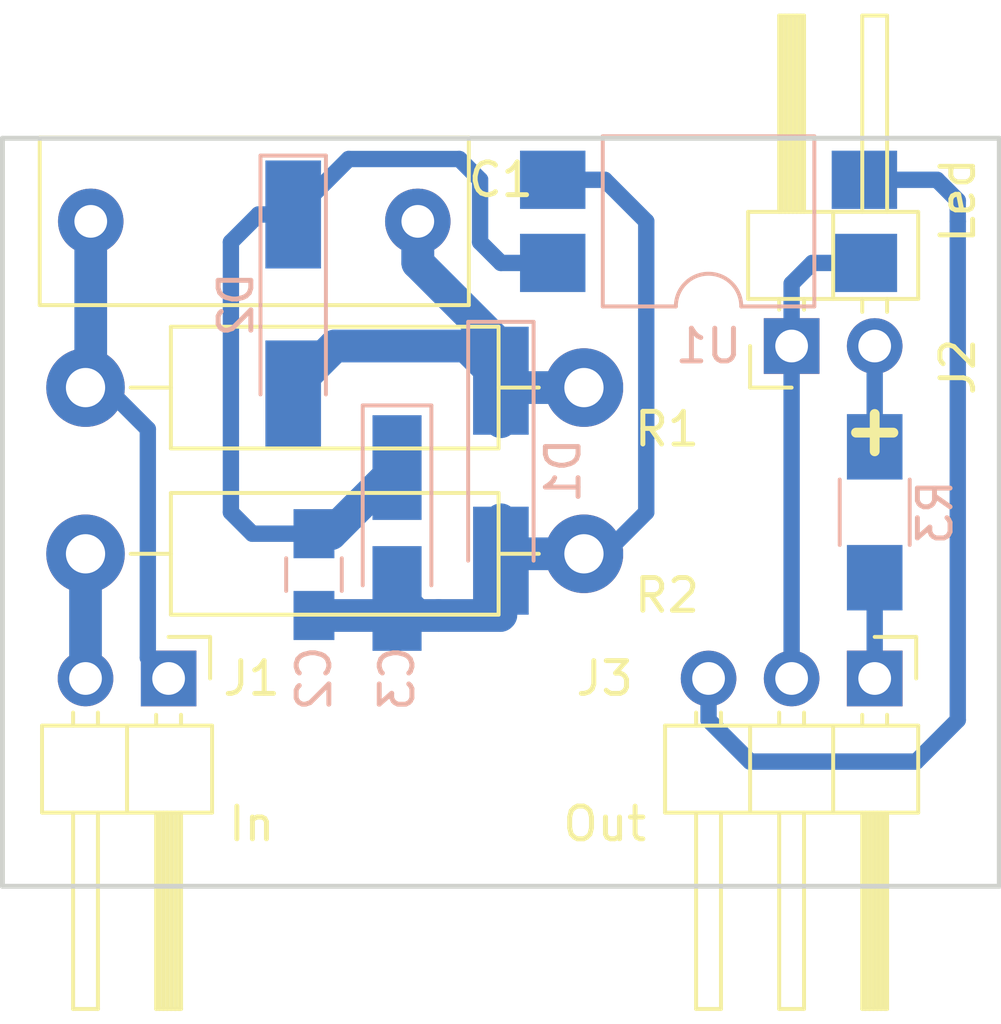
<source format=kicad_pcb>
(kicad_pcb (version 4) (host pcbnew 4.0.7)

  (general
    (links 18)
    (no_connects 0)
    (area 53.264999 106.604999 83.895001 129.615001)
    (thickness 1.6)
    (drawings 5)
    (tracks 60)
    (zones 0)
    (modules 13)
    (nets 10)
  )

  (page A4)
  (layers
    (0 F.Cu signal)
    (31 B.Cu signal)
    (32 B.Adhes user)
    (33 F.Adhes user)
    (34 B.Paste user)
    (35 F.Paste user)
    (36 B.SilkS user)
    (37 F.SilkS user)
    (38 B.Mask user)
    (39 F.Mask user)
    (40 Dwgs.User user)
    (41 Cmts.User user)
    (42 Eco1.User user)
    (43 Eco2.User user)
    (44 Edge.Cuts user)
    (45 Margin user)
    (46 B.CrtYd user)
    (47 F.CrtYd user)
    (48 B.Fab user)
    (49 F.Fab user)
  )

  (setup
    (last_trace_width 0.5)
    (user_trace_width 0.3)
    (user_trace_width 0.5)
    (user_trace_width 0.8)
    (user_trace_width 1)
    (trace_clearance 0.2)
    (zone_clearance 0.508)
    (zone_45_only no)
    (trace_min 0.2)
    (segment_width 0.2)
    (edge_width 0.15)
    (via_size 0.6)
    (via_drill 0.4)
    (via_min_size 0.4)
    (via_min_drill 0.3)
    (uvia_size 0.3)
    (uvia_drill 0.1)
    (uvias_allowed no)
    (uvia_min_size 0.2)
    (uvia_min_drill 0.1)
    (pcb_text_width 0.3)
    (pcb_text_size 1.5 1.5)
    (mod_edge_width 0.15)
    (mod_text_size 1 1)
    (mod_text_width 0.15)
    (pad_size 1.524 1.524)
    (pad_drill 0.762)
    (pad_to_mask_clearance 0.2)
    (aux_axis_origin 0 0)
    (visible_elements 7FFFFFFF)
    (pcbplotparams
      (layerselection 0x00030_80000001)
      (usegerberextensions false)
      (excludeedgelayer true)
      (linewidth 0.100000)
      (plotframeref false)
      (viasonmask false)
      (mode 1)
      (useauxorigin false)
      (hpglpennumber 1)
      (hpglpenspeed 20)
      (hpglpendiameter 15)
      (hpglpenoverlay 2)
      (psnegative false)
      (psa4output false)
      (plotreference true)
      (plotvalue true)
      (plotinvisibletext false)
      (padsonsilk false)
      (subtractmaskfromsilk false)
      (outputformat 1)
      (mirror false)
      (drillshape 1)
      (scaleselection 1)
      (outputdirectory ""))
  )

  (net 0 "")
  (net 1 "Net-(C1-Pad1)")
  (net 2 "Net-(C1-Pad2)")
  (net 3 "Net-(C2-Pad1)")
  (net 4 "Net-(C2-Pad2)")
  (net 5 "Net-(J2-Pad1)")
  (net 6 "Net-(J2-Pad2)")
  (net 7 "Net-(J3-Pad1)")
  (net 8 "Net-(J3-Pad3)")
  (net 9 "Net-(J1-Pad2)")

  (net_class Default "Это класс цепей по умолчанию."
    (clearance 0.2)
    (trace_width 0.25)
    (via_dia 0.6)
    (via_drill 0.4)
    (uvia_dia 0.3)
    (uvia_drill 0.1)
    (add_net "Net-(C1-Pad1)")
    (add_net "Net-(C1-Pad2)")
    (add_net "Net-(C2-Pad1)")
    (add_net "Net-(C2-Pad2)")
    (add_net "Net-(J1-Pad2)")
    (add_net "Net-(J2-Pad1)")
    (add_net "Net-(J2-Pad2)")
    (add_net "Net-(J3-Pad1)")
    (add_net "Net-(J3-Pad3)")
  )

  (module Pin_Headers:Pin_Header_Angled_1x02_Pitch2.54mm (layer F.Cu) (tedit 5ACE6B65) (tstamp 5ACE5A7F)
    (at 77.47 113.03 90)
    (descr "Through hole angled pin header, 1x02, 2.54mm pitch, 6mm pin length, single row")
    (tags "Through hole angled pin header THT 1x02 2.54mm single row")
    (path /5ACE54C7)
    (fp_text reference J2 (at -0.635 5.08 90) (layer F.SilkS)
      (effects (font (size 1 1) (thickness 0.15)))
    )
    (fp_text value Led (at 4.445 5.08 90) (layer F.SilkS)
      (effects (font (size 1 1) (thickness 0.15)))
    )
    (fp_line (start 2.135 -1.27) (end 4.04 -1.27) (layer F.Fab) (width 0.1))
    (fp_line (start 4.04 -1.27) (end 4.04 3.81) (layer F.Fab) (width 0.1))
    (fp_line (start 4.04 3.81) (end 1.5 3.81) (layer F.Fab) (width 0.1))
    (fp_line (start 1.5 3.81) (end 1.5 -0.635) (layer F.Fab) (width 0.1))
    (fp_line (start 1.5 -0.635) (end 2.135 -1.27) (layer F.Fab) (width 0.1))
    (fp_line (start -0.32 -0.32) (end 1.5 -0.32) (layer F.Fab) (width 0.1))
    (fp_line (start -0.32 -0.32) (end -0.32 0.32) (layer F.Fab) (width 0.1))
    (fp_line (start -0.32 0.32) (end 1.5 0.32) (layer F.Fab) (width 0.1))
    (fp_line (start 4.04 -0.32) (end 10.04 -0.32) (layer F.Fab) (width 0.1))
    (fp_line (start 10.04 -0.32) (end 10.04 0.32) (layer F.Fab) (width 0.1))
    (fp_line (start 4.04 0.32) (end 10.04 0.32) (layer F.Fab) (width 0.1))
    (fp_line (start -0.32 2.22) (end 1.5 2.22) (layer F.Fab) (width 0.1))
    (fp_line (start -0.32 2.22) (end -0.32 2.86) (layer F.Fab) (width 0.1))
    (fp_line (start -0.32 2.86) (end 1.5 2.86) (layer F.Fab) (width 0.1))
    (fp_line (start 4.04 2.22) (end 10.04 2.22) (layer F.Fab) (width 0.1))
    (fp_line (start 10.04 2.22) (end 10.04 2.86) (layer F.Fab) (width 0.1))
    (fp_line (start 4.04 2.86) (end 10.04 2.86) (layer F.Fab) (width 0.1))
    (fp_line (start 1.44 -1.33) (end 1.44 3.87) (layer F.SilkS) (width 0.12))
    (fp_line (start 1.44 3.87) (end 4.1 3.87) (layer F.SilkS) (width 0.12))
    (fp_line (start 4.1 3.87) (end 4.1 -1.33) (layer F.SilkS) (width 0.12))
    (fp_line (start 4.1 -1.33) (end 1.44 -1.33) (layer F.SilkS) (width 0.12))
    (fp_line (start 4.1 -0.38) (end 10.1 -0.38) (layer F.SilkS) (width 0.12))
    (fp_line (start 10.1 -0.38) (end 10.1 0.38) (layer F.SilkS) (width 0.12))
    (fp_line (start 10.1 0.38) (end 4.1 0.38) (layer F.SilkS) (width 0.12))
    (fp_line (start 4.1 -0.32) (end 10.1 -0.32) (layer F.SilkS) (width 0.12))
    (fp_line (start 4.1 -0.2) (end 10.1 -0.2) (layer F.SilkS) (width 0.12))
    (fp_line (start 4.1 -0.08) (end 10.1 -0.08) (layer F.SilkS) (width 0.12))
    (fp_line (start 4.1 0.04) (end 10.1 0.04) (layer F.SilkS) (width 0.12))
    (fp_line (start 4.1 0.16) (end 10.1 0.16) (layer F.SilkS) (width 0.12))
    (fp_line (start 4.1 0.28) (end 10.1 0.28) (layer F.SilkS) (width 0.12))
    (fp_line (start 1.11 -0.38) (end 1.44 -0.38) (layer F.SilkS) (width 0.12))
    (fp_line (start 1.11 0.38) (end 1.44 0.38) (layer F.SilkS) (width 0.12))
    (fp_line (start 1.44 1.27) (end 4.1 1.27) (layer F.SilkS) (width 0.12))
    (fp_line (start 4.1 2.16) (end 10.1 2.16) (layer F.SilkS) (width 0.12))
    (fp_line (start 10.1 2.16) (end 10.1 2.92) (layer F.SilkS) (width 0.12))
    (fp_line (start 10.1 2.92) (end 4.1 2.92) (layer F.SilkS) (width 0.12))
    (fp_line (start 1.042929 2.16) (end 1.44 2.16) (layer F.SilkS) (width 0.12))
    (fp_line (start 1.042929 2.92) (end 1.44 2.92) (layer F.SilkS) (width 0.12))
    (fp_line (start -1.27 0) (end -1.27 -1.27) (layer F.SilkS) (width 0.12))
    (fp_line (start -1.27 -1.27) (end 0 -1.27) (layer F.SilkS) (width 0.12))
    (fp_line (start -1.8 -1.8) (end -1.8 4.35) (layer F.CrtYd) (width 0.05))
    (fp_line (start -1.8 4.35) (end 10.55 4.35) (layer F.CrtYd) (width 0.05))
    (fp_line (start 10.55 4.35) (end 10.55 -1.8) (layer F.CrtYd) (width 0.05))
    (fp_line (start 10.55 -1.8) (end -1.8 -1.8) (layer F.CrtYd) (width 0.05))
    (fp_text user %R (at -0.635 5.08 270) (layer F.Fab)
      (effects (font (size 1 1) (thickness 0.15)))
    )
    (pad 1 thru_hole rect (at 0 0 90) (size 1.7 1.7) (drill 1) (layers *.Cu *.Mask)
      (net 5 "Net-(J2-Pad1)"))
    (pad 2 thru_hole oval (at 0 2.54 90) (size 1.7 1.7) (drill 1) (layers *.Cu *.Mask)
      (net 6 "Net-(J2-Pad2)"))
    (model ${KISYS3DMOD}/Pin_Headers.3dshapes/Pin_Header_Angled_1x02_Pitch2.54mm.wrl
      (at (xyz 0 0 0))
      (scale (xyz 1 1 1))
      (rotate (xyz 0 0 0))
    )
  )

  (module Capacitors_SMD:C_0805_HandSoldering (layer B.Cu) (tedit 5ACE6D2A) (tstamp 5ACE5A61)
    (at 62.865 120.015 90)
    (descr "Capacitor SMD 0805, hand soldering")
    (tags "capacitor 0805")
    (path /5ACE5428)
    (attr smd)
    (fp_text reference C2 (at -3.175 0 90) (layer B.SilkS)
      (effects (font (size 1 1) (thickness 0.15)) (justify mirror))
    )
    (fp_text value 0,1 (at -6.985 0 90) (layer B.Fab)
      (effects (font (size 1 1) (thickness 0.15)) (justify mirror))
    )
    (fp_text user %R (at -4.445 0 90) (layer B.Fab)
      (effects (font (size 1 1) (thickness 0.15)) (justify mirror))
    )
    (fp_line (start -1 -0.62) (end -1 0.62) (layer B.Fab) (width 0.1))
    (fp_line (start 1 -0.62) (end -1 -0.62) (layer B.Fab) (width 0.1))
    (fp_line (start 1 0.62) (end 1 -0.62) (layer B.Fab) (width 0.1))
    (fp_line (start -1 0.62) (end 1 0.62) (layer B.Fab) (width 0.1))
    (fp_line (start 0.5 0.85) (end -0.5 0.85) (layer B.SilkS) (width 0.12))
    (fp_line (start -0.5 -0.85) (end 0.5 -0.85) (layer B.SilkS) (width 0.12))
    (fp_line (start -2.25 0.88) (end 2.25 0.88) (layer B.CrtYd) (width 0.05))
    (fp_line (start -2.25 0.88) (end -2.25 -0.87) (layer B.CrtYd) (width 0.05))
    (fp_line (start 2.25 -0.87) (end 2.25 0.88) (layer B.CrtYd) (width 0.05))
    (fp_line (start 2.25 -0.87) (end -2.25 -0.87) (layer B.CrtYd) (width 0.05))
    (pad 1 smd rect (at -1.25 0 90) (size 1.5 1.25) (layers B.Cu B.Paste B.Mask)
      (net 3 "Net-(C2-Pad1)"))
    (pad 2 smd rect (at 1.25 0 90) (size 1.5 1.25) (layers B.Cu B.Paste B.Mask)
      (net 4 "Net-(C2-Pad2)"))
    (model Capacitors_SMD.3dshapes/C_0805.wrl
      (at (xyz 0 0 0))
      (scale (xyz 1 1 1))
      (rotate (xyz 0 0 0))
    )
  )

  (module Capacitors_Tantalum_SMD:CP_Tantalum_Case-A_EIA-3216-18_Hand (layer B.Cu) (tedit 5ACE6AC3) (tstamp 5ACE5A67)
    (at 65.405 118.745 270)
    (descr "Tantalum capacitor, Case A, EIA 3216-18, 3.2x1.6x1.6mm, Hand soldering footprint")
    (tags "capacitor tantalum smd")
    (path /5ACE5452)
    (attr smd)
    (fp_text reference C3 (at 4.445 0 270) (layer B.SilkS)
      (effects (font (size 1 1) (thickness 0.15)) (justify mirror))
    )
    (fp_text value 10,0 (at 7.62 0.635 270) (layer B.Fab)
      (effects (font (size 1 1) (thickness 0.15)) (justify mirror))
    )
    (fp_text user %R (at 0 0 270) (layer B.Fab)
      (effects (font (size 0.7 0.7) (thickness 0.105)) (justify mirror))
    )
    (fp_line (start -4 1.2) (end -4 -1.2) (layer B.CrtYd) (width 0.05))
    (fp_line (start -4 -1.2) (end 4 -1.2) (layer B.CrtYd) (width 0.05))
    (fp_line (start 4 -1.2) (end 4 1.2) (layer B.CrtYd) (width 0.05))
    (fp_line (start 4 1.2) (end -4 1.2) (layer B.CrtYd) (width 0.05))
    (fp_line (start -1.6 0.8) (end -1.6 -0.8) (layer B.Fab) (width 0.1))
    (fp_line (start -1.6 -0.8) (end 1.6 -0.8) (layer B.Fab) (width 0.1))
    (fp_line (start 1.6 -0.8) (end 1.6 0.8) (layer B.Fab) (width 0.1))
    (fp_line (start 1.6 0.8) (end -1.6 0.8) (layer B.Fab) (width 0.1))
    (fp_line (start -1.28 0.8) (end -1.28 -0.8) (layer B.Fab) (width 0.1))
    (fp_line (start -1.12 0.8) (end -1.12 -0.8) (layer B.Fab) (width 0.1))
    (fp_line (start -3.9 1.05) (end 1.6 1.05) (layer B.SilkS) (width 0.12))
    (fp_line (start -3.9 -1.05) (end 1.6 -1.05) (layer B.SilkS) (width 0.12))
    (fp_line (start -3.9 1.05) (end -3.9 -1.05) (layer B.SilkS) (width 0.12))
    (pad 1 smd rect (at -2 0 270) (size 3.2 1.5) (layers B.Cu B.Paste B.Mask)
      (net 4 "Net-(C2-Pad2)"))
    (pad 2 smd rect (at 2 0 270) (size 3.2 1.5) (layers B.Cu B.Paste B.Mask)
      (net 3 "Net-(C2-Pad1)"))
    (model Capacitors_Tantalum_SMD.3dshapes/CP_Tantalum_Case-A_EIA-3216-18.wrl
      (at (xyz 0 0 0))
      (scale (xyz 1 1 1))
      (rotate (xyz 0 0 0))
    )
  )

  (module Pin_Headers:Pin_Header_Angled_1x02_Pitch2.54mm (layer F.Cu) (tedit 5ACE6A09) (tstamp 5ACE5A79)
    (at 58.42 123.19 270)
    (descr "Through hole angled pin header, 1x02, 2.54mm pitch, 6mm pin length, single row")
    (tags "Through hole angled pin header THT 1x02 2.54mm single row")
    (path /5ACE5267)
    (fp_text reference J1 (at 0 -2.54 360) (layer F.SilkS)
      (effects (font (size 1 1) (thickness 0.15)))
    )
    (fp_text value In (at 4.445 -2.54 360) (layer F.SilkS)
      (effects (font (size 1 1) (thickness 0.15)))
    )
    (fp_line (start 2.135 -1.27) (end 4.04 -1.27) (layer F.Fab) (width 0.1))
    (fp_line (start 4.04 -1.27) (end 4.04 3.81) (layer F.Fab) (width 0.1))
    (fp_line (start 4.04 3.81) (end 1.5 3.81) (layer F.Fab) (width 0.1))
    (fp_line (start 1.5 3.81) (end 1.5 -0.635) (layer F.Fab) (width 0.1))
    (fp_line (start 1.5 -0.635) (end 2.135 -1.27) (layer F.Fab) (width 0.1))
    (fp_line (start -0.32 -0.32) (end 1.5 -0.32) (layer F.Fab) (width 0.1))
    (fp_line (start -0.32 -0.32) (end -0.32 0.32) (layer F.Fab) (width 0.1))
    (fp_line (start -0.32 0.32) (end 1.5 0.32) (layer F.Fab) (width 0.1))
    (fp_line (start 4.04 -0.32) (end 10.04 -0.32) (layer F.Fab) (width 0.1))
    (fp_line (start 10.04 -0.32) (end 10.04 0.32) (layer F.Fab) (width 0.1))
    (fp_line (start 4.04 0.32) (end 10.04 0.32) (layer F.Fab) (width 0.1))
    (fp_line (start -0.32 2.22) (end 1.5 2.22) (layer F.Fab) (width 0.1))
    (fp_line (start -0.32 2.22) (end -0.32 2.86) (layer F.Fab) (width 0.1))
    (fp_line (start -0.32 2.86) (end 1.5 2.86) (layer F.Fab) (width 0.1))
    (fp_line (start 4.04 2.22) (end 10.04 2.22) (layer F.Fab) (width 0.1))
    (fp_line (start 10.04 2.22) (end 10.04 2.86) (layer F.Fab) (width 0.1))
    (fp_line (start 4.04 2.86) (end 10.04 2.86) (layer F.Fab) (width 0.1))
    (fp_line (start 1.44 -1.33) (end 1.44 3.87) (layer F.SilkS) (width 0.12))
    (fp_line (start 1.44 3.87) (end 4.1 3.87) (layer F.SilkS) (width 0.12))
    (fp_line (start 4.1 3.87) (end 4.1 -1.33) (layer F.SilkS) (width 0.12))
    (fp_line (start 4.1 -1.33) (end 1.44 -1.33) (layer F.SilkS) (width 0.12))
    (fp_line (start 4.1 -0.38) (end 10.1 -0.38) (layer F.SilkS) (width 0.12))
    (fp_line (start 10.1 -0.38) (end 10.1 0.38) (layer F.SilkS) (width 0.12))
    (fp_line (start 10.1 0.38) (end 4.1 0.38) (layer F.SilkS) (width 0.12))
    (fp_line (start 4.1 -0.32) (end 10.1 -0.32) (layer F.SilkS) (width 0.12))
    (fp_line (start 4.1 -0.2) (end 10.1 -0.2) (layer F.SilkS) (width 0.12))
    (fp_line (start 4.1 -0.08) (end 10.1 -0.08) (layer F.SilkS) (width 0.12))
    (fp_line (start 4.1 0.04) (end 10.1 0.04) (layer F.SilkS) (width 0.12))
    (fp_line (start 4.1 0.16) (end 10.1 0.16) (layer F.SilkS) (width 0.12))
    (fp_line (start 4.1 0.28) (end 10.1 0.28) (layer F.SilkS) (width 0.12))
    (fp_line (start 1.11 -0.38) (end 1.44 -0.38) (layer F.SilkS) (width 0.12))
    (fp_line (start 1.11 0.38) (end 1.44 0.38) (layer F.SilkS) (width 0.12))
    (fp_line (start 1.44 1.27) (end 4.1 1.27) (layer F.SilkS) (width 0.12))
    (fp_line (start 4.1 2.16) (end 10.1 2.16) (layer F.SilkS) (width 0.12))
    (fp_line (start 10.1 2.16) (end 10.1 2.92) (layer F.SilkS) (width 0.12))
    (fp_line (start 10.1 2.92) (end 4.1 2.92) (layer F.SilkS) (width 0.12))
    (fp_line (start 1.042929 2.16) (end 1.44 2.16) (layer F.SilkS) (width 0.12))
    (fp_line (start 1.042929 2.92) (end 1.44 2.92) (layer F.SilkS) (width 0.12))
    (fp_line (start -1.27 0) (end -1.27 -1.27) (layer F.SilkS) (width 0.12))
    (fp_line (start -1.27 -1.27) (end 0 -1.27) (layer F.SilkS) (width 0.12))
    (fp_line (start -1.8 -1.8) (end -1.8 4.35) (layer F.CrtYd) (width 0.05))
    (fp_line (start -1.8 4.35) (end 10.55 4.35) (layer F.CrtYd) (width 0.05))
    (fp_line (start 10.55 4.35) (end 10.55 -1.8) (layer F.CrtYd) (width 0.05))
    (fp_line (start 10.55 -1.8) (end -1.8 -1.8) (layer F.CrtYd) (width 0.05))
    (fp_text user %R (at 0 -2.54 360) (layer F.Fab)
      (effects (font (size 1 1) (thickness 0.15)))
    )
    (pad 1 thru_hole rect (at 0 0 270) (size 1.7 1.7) (drill 1) (layers *.Cu *.Mask)
      (net 2 "Net-(C1-Pad2)"))
    (pad 2 thru_hole oval (at 0 2.54 270) (size 1.7 1.7) (drill 1) (layers *.Cu *.Mask)
      (net 9 "Net-(J1-Pad2)"))
    (model ${KISYS3DMOD}/Pin_Headers.3dshapes/Pin_Header_Angled_1x02_Pitch2.54mm.wrl
      (at (xyz 0 0 0))
      (scale (xyz 1 1 1))
      (rotate (xyz 0 0 0))
    )
  )

  (module Pin_Headers:Pin_Header_Angled_1x03_Pitch2.54mm (layer F.Cu) (tedit 5ACE6B4C) (tstamp 5ACE5A86)
    (at 80.01 123.19 270)
    (descr "Through hole angled pin header, 1x03, 2.54mm pitch, 6mm pin length, single row")
    (tags "Through hole angled pin header THT 1x03 2.54mm single row")
    (path /5ACE552C)
    (fp_text reference J3 (at 0 8.255 360) (layer F.SilkS)
      (effects (font (size 1 1) (thickness 0.15)))
    )
    (fp_text value Out (at 4.445 8.255 360) (layer F.SilkS)
      (effects (font (size 1 1) (thickness 0.15)))
    )
    (fp_line (start 2.135 -1.27) (end 4.04 -1.27) (layer F.Fab) (width 0.1))
    (fp_line (start 4.04 -1.27) (end 4.04 6.35) (layer F.Fab) (width 0.1))
    (fp_line (start 4.04 6.35) (end 1.5 6.35) (layer F.Fab) (width 0.1))
    (fp_line (start 1.5 6.35) (end 1.5 -0.635) (layer F.Fab) (width 0.1))
    (fp_line (start 1.5 -0.635) (end 2.135 -1.27) (layer F.Fab) (width 0.1))
    (fp_line (start -0.32 -0.32) (end 1.5 -0.32) (layer F.Fab) (width 0.1))
    (fp_line (start -0.32 -0.32) (end -0.32 0.32) (layer F.Fab) (width 0.1))
    (fp_line (start -0.32 0.32) (end 1.5 0.32) (layer F.Fab) (width 0.1))
    (fp_line (start 4.04 -0.32) (end 10.04 -0.32) (layer F.Fab) (width 0.1))
    (fp_line (start 10.04 -0.32) (end 10.04 0.32) (layer F.Fab) (width 0.1))
    (fp_line (start 4.04 0.32) (end 10.04 0.32) (layer F.Fab) (width 0.1))
    (fp_line (start -0.32 2.22) (end 1.5 2.22) (layer F.Fab) (width 0.1))
    (fp_line (start -0.32 2.22) (end -0.32 2.86) (layer F.Fab) (width 0.1))
    (fp_line (start -0.32 2.86) (end 1.5 2.86) (layer F.Fab) (width 0.1))
    (fp_line (start 4.04 2.22) (end 10.04 2.22) (layer F.Fab) (width 0.1))
    (fp_line (start 10.04 2.22) (end 10.04 2.86) (layer F.Fab) (width 0.1))
    (fp_line (start 4.04 2.86) (end 10.04 2.86) (layer F.Fab) (width 0.1))
    (fp_line (start -0.32 4.76) (end 1.5 4.76) (layer F.Fab) (width 0.1))
    (fp_line (start -0.32 4.76) (end -0.32 5.4) (layer F.Fab) (width 0.1))
    (fp_line (start -0.32 5.4) (end 1.5 5.4) (layer F.Fab) (width 0.1))
    (fp_line (start 4.04 4.76) (end 10.04 4.76) (layer F.Fab) (width 0.1))
    (fp_line (start 10.04 4.76) (end 10.04 5.4) (layer F.Fab) (width 0.1))
    (fp_line (start 4.04 5.4) (end 10.04 5.4) (layer F.Fab) (width 0.1))
    (fp_line (start 1.44 -1.33) (end 1.44 6.41) (layer F.SilkS) (width 0.12))
    (fp_line (start 1.44 6.41) (end 4.1 6.41) (layer F.SilkS) (width 0.12))
    (fp_line (start 4.1 6.41) (end 4.1 -1.33) (layer F.SilkS) (width 0.12))
    (fp_line (start 4.1 -1.33) (end 1.44 -1.33) (layer F.SilkS) (width 0.12))
    (fp_line (start 4.1 -0.38) (end 10.1 -0.38) (layer F.SilkS) (width 0.12))
    (fp_line (start 10.1 -0.38) (end 10.1 0.38) (layer F.SilkS) (width 0.12))
    (fp_line (start 10.1 0.38) (end 4.1 0.38) (layer F.SilkS) (width 0.12))
    (fp_line (start 4.1 -0.32) (end 10.1 -0.32) (layer F.SilkS) (width 0.12))
    (fp_line (start 4.1 -0.2) (end 10.1 -0.2) (layer F.SilkS) (width 0.12))
    (fp_line (start 4.1 -0.08) (end 10.1 -0.08) (layer F.SilkS) (width 0.12))
    (fp_line (start 4.1 0.04) (end 10.1 0.04) (layer F.SilkS) (width 0.12))
    (fp_line (start 4.1 0.16) (end 10.1 0.16) (layer F.SilkS) (width 0.12))
    (fp_line (start 4.1 0.28) (end 10.1 0.28) (layer F.SilkS) (width 0.12))
    (fp_line (start 1.11 -0.38) (end 1.44 -0.38) (layer F.SilkS) (width 0.12))
    (fp_line (start 1.11 0.38) (end 1.44 0.38) (layer F.SilkS) (width 0.12))
    (fp_line (start 1.44 1.27) (end 4.1 1.27) (layer F.SilkS) (width 0.12))
    (fp_line (start 4.1 2.16) (end 10.1 2.16) (layer F.SilkS) (width 0.12))
    (fp_line (start 10.1 2.16) (end 10.1 2.92) (layer F.SilkS) (width 0.12))
    (fp_line (start 10.1 2.92) (end 4.1 2.92) (layer F.SilkS) (width 0.12))
    (fp_line (start 1.042929 2.16) (end 1.44 2.16) (layer F.SilkS) (width 0.12))
    (fp_line (start 1.042929 2.92) (end 1.44 2.92) (layer F.SilkS) (width 0.12))
    (fp_line (start 1.44 3.81) (end 4.1 3.81) (layer F.SilkS) (width 0.12))
    (fp_line (start 4.1 4.7) (end 10.1 4.7) (layer F.SilkS) (width 0.12))
    (fp_line (start 10.1 4.7) (end 10.1 5.46) (layer F.SilkS) (width 0.12))
    (fp_line (start 10.1 5.46) (end 4.1 5.46) (layer F.SilkS) (width 0.12))
    (fp_line (start 1.042929 4.7) (end 1.44 4.7) (layer F.SilkS) (width 0.12))
    (fp_line (start 1.042929 5.46) (end 1.44 5.46) (layer F.SilkS) (width 0.12))
    (fp_line (start -1.27 0) (end -1.27 -1.27) (layer F.SilkS) (width 0.12))
    (fp_line (start -1.27 -1.27) (end 0 -1.27) (layer F.SilkS) (width 0.12))
    (fp_line (start -1.8 -1.8) (end -1.8 6.85) (layer F.CrtYd) (width 0.05))
    (fp_line (start -1.8 6.85) (end 10.55 6.85) (layer F.CrtYd) (width 0.05))
    (fp_line (start 10.55 6.85) (end 10.55 -1.8) (layer F.CrtYd) (width 0.05))
    (fp_line (start 10.55 -1.8) (end -1.8 -1.8) (layer F.CrtYd) (width 0.05))
    (fp_text user %R (at 0 8.255 360) (layer F.Fab)
      (effects (font (size 1 1) (thickness 0.15)))
    )
    (pad 1 thru_hole rect (at 0 0 270) (size 1.7 1.7) (drill 1) (layers *.Cu *.Mask)
      (net 7 "Net-(J3-Pad1)"))
    (pad 2 thru_hole oval (at 0 2.54 270) (size 1.7 1.7) (drill 1) (layers *.Cu *.Mask)
      (net 5 "Net-(J2-Pad1)"))
    (pad 3 thru_hole oval (at 0 5.08 270) (size 1.7 1.7) (drill 1) (layers *.Cu *.Mask)
      (net 8 "Net-(J3-Pad3)"))
    (model ${KISYS3DMOD}/Pin_Headers.3dshapes/Pin_Header_Angled_1x03_Pitch2.54mm.wrl
      (at (xyz 0 0 0))
      (scale (xyz 1 1 1))
      (rotate (xyz 0 0 0))
    )
  )

  (module Resistors_SMD:R_1206_HandSoldering (layer B.Cu) (tedit 58E0A804) (tstamp 5ACE5A98)
    (at 80.01 118.11 90)
    (descr "Resistor SMD 1206, hand soldering")
    (tags "resistor 1206")
    (path /5ACE5658)
    (attr smd)
    (fp_text reference R3 (at 0 1.85 90) (layer B.SilkS)
      (effects (font (size 1 1) (thickness 0.15)) (justify mirror))
    )
    (fp_text value 4,7k (at 0 -1.9 90) (layer B.Fab)
      (effects (font (size 1 1) (thickness 0.15)) (justify mirror))
    )
    (fp_text user %R (at 0 0 90) (layer B.Fab)
      (effects (font (size 0.7 0.7) (thickness 0.105)) (justify mirror))
    )
    (fp_line (start -1.6 -0.8) (end -1.6 0.8) (layer B.Fab) (width 0.1))
    (fp_line (start 1.6 -0.8) (end -1.6 -0.8) (layer B.Fab) (width 0.1))
    (fp_line (start 1.6 0.8) (end 1.6 -0.8) (layer B.Fab) (width 0.1))
    (fp_line (start -1.6 0.8) (end 1.6 0.8) (layer B.Fab) (width 0.1))
    (fp_line (start 1 -1.07) (end -1 -1.07) (layer B.SilkS) (width 0.12))
    (fp_line (start -1 1.07) (end 1 1.07) (layer B.SilkS) (width 0.12))
    (fp_line (start -3.25 1.11) (end 3.25 1.11) (layer B.CrtYd) (width 0.05))
    (fp_line (start -3.25 1.11) (end -3.25 -1.1) (layer B.CrtYd) (width 0.05))
    (fp_line (start 3.25 -1.1) (end 3.25 1.11) (layer B.CrtYd) (width 0.05))
    (fp_line (start 3.25 -1.1) (end -3.25 -1.1) (layer B.CrtYd) (width 0.05))
    (pad 1 smd rect (at -2 0 90) (size 2 1.7) (layers B.Cu B.Paste B.Mask)
      (net 7 "Net-(J3-Pad1)"))
    (pad 2 smd rect (at 2 0 90) (size 2 1.7) (layers B.Cu B.Paste B.Mask)
      (net 6 "Net-(J2-Pad2)"))
    (model ${KISYS3DMOD}/Resistors_SMD.3dshapes/R_1206.wrl
      (at (xyz 0 0 0))
      (scale (xyz 1 1 1))
      (rotate (xyz 0 0 0))
    )
  )

  (module Capacitors_THT:C_Rect_L13.0mm_W5.0mm_P10.00mm_FKS3_FKP3_MKS4 (layer F.Cu) (tedit 5ACE6A32) (tstamp 5ACE6506)
    (at 66.04 109.22 180)
    (descr "C, Rect series, Radial, pin pitch=10.00mm, , length*width=13*5mm^2, Capacitor, http://www.wima.com/EN/WIMA_FKS_3.pdf, http://www.wima.com/EN/WIMA_MKS_4.pdf")
    (tags "C Rect series Radial pin pitch 10.00mm  length 13mm width 5mm Capacitor")
    (path /5ACE52F1)
    (fp_text reference C1 (at -2.54 1.27 180) (layer F.SilkS)
      (effects (font (size 1 1) (thickness 0.15)))
    )
    (fp_text value "0,15uF 400v" (at 6.985 1.905 180) (layer F.Fab)
      (effects (font (size 1 1) (thickness 0.15)))
    )
    (fp_line (start -1.5 -2.5) (end -1.5 2.5) (layer F.Fab) (width 0.1))
    (fp_line (start -1.5 2.5) (end 11.5 2.5) (layer F.Fab) (width 0.1))
    (fp_line (start 11.5 2.5) (end 11.5 -2.5) (layer F.Fab) (width 0.1))
    (fp_line (start 11.5 -2.5) (end -1.5 -2.5) (layer F.Fab) (width 0.1))
    (fp_line (start -1.56 -2.56) (end 11.56 -2.56) (layer F.SilkS) (width 0.12))
    (fp_line (start -1.56 2.56) (end 11.56 2.56) (layer F.SilkS) (width 0.12))
    (fp_line (start -1.56 -2.56) (end -1.56 2.56) (layer F.SilkS) (width 0.12))
    (fp_line (start 11.56 -2.56) (end 11.56 2.56) (layer F.SilkS) (width 0.12))
    (fp_line (start -1.85 -2.85) (end -1.85 2.85) (layer F.CrtYd) (width 0.05))
    (fp_line (start -1.85 2.85) (end 11.85 2.85) (layer F.CrtYd) (width 0.05))
    (fp_line (start 11.85 2.85) (end 11.85 -2.85) (layer F.CrtYd) (width 0.05))
    (fp_line (start 11.85 -2.85) (end -1.85 -2.85) (layer F.CrtYd) (width 0.05))
    (fp_text user %R (at -2.54 1.27 180) (layer F.Fab)
      (effects (font (size 1 1) (thickness 0.15)))
    )
    (pad 1 thru_hole circle (at 0 0 180) (size 2 2) (drill 1) (layers *.Cu *.Mask)
      (net 1 "Net-(C1-Pad1)"))
    (pad 2 thru_hole circle (at 10 0 180) (size 2 2) (drill 1) (layers *.Cu *.Mask)
      (net 2 "Net-(C1-Pad2)"))
    (model ${KISYS3DMOD}/Capacitors_THT.3dshapes/C_Rect_L13.0mm_W5.0mm_P10.00mm_FKS3_FKP3_MKS4.wrl
      (at (xyz 0 0 0))
      (scale (xyz 1 1 1))
      (rotate (xyz 0 0 0))
    )
  )

  (module Resistors_THT:R_Axial_DIN0411_L9.9mm_D3.6mm_P15.24mm_Horizontal (layer F.Cu) (tedit 5ACE6A60) (tstamp 5ACE650B)
    (at 71.12 114.3 180)
    (descr "Resistor, Axial_DIN0411 series, Axial, Horizontal, pin pitch=15.24mm, 1W = 1/1W, length*diameter=9.9*3.6mm^2")
    (tags "Resistor Axial_DIN0411 series Axial Horizontal pin pitch 15.24mm 1W = 1/1W length 9.9mm diameter 3.6mm")
    (path /5ACE52C1)
    (fp_text reference R1 (at -2.54 -1.27 180) (layer F.SilkS)
      (effects (font (size 1 1) (thickness 0.15)))
    )
    (fp_text value 3m (at 11.43 1.27 180) (layer F.Fab)
      (effects (font (size 1 1) (thickness 0.15)))
    )
    (fp_line (start 2.67 -1.8) (end 2.67 1.8) (layer F.Fab) (width 0.1))
    (fp_line (start 2.67 1.8) (end 12.57 1.8) (layer F.Fab) (width 0.1))
    (fp_line (start 12.57 1.8) (end 12.57 -1.8) (layer F.Fab) (width 0.1))
    (fp_line (start 12.57 -1.8) (end 2.67 -1.8) (layer F.Fab) (width 0.1))
    (fp_line (start 0 0) (end 2.67 0) (layer F.Fab) (width 0.1))
    (fp_line (start 15.24 0) (end 12.57 0) (layer F.Fab) (width 0.1))
    (fp_line (start 2.61 -1.86) (end 2.61 1.86) (layer F.SilkS) (width 0.12))
    (fp_line (start 2.61 1.86) (end 12.63 1.86) (layer F.SilkS) (width 0.12))
    (fp_line (start 12.63 1.86) (end 12.63 -1.86) (layer F.SilkS) (width 0.12))
    (fp_line (start 12.63 -1.86) (end 2.61 -1.86) (layer F.SilkS) (width 0.12))
    (fp_line (start 1.38 0) (end 2.61 0) (layer F.SilkS) (width 0.12))
    (fp_line (start 13.86 0) (end 12.63 0) (layer F.SilkS) (width 0.12))
    (fp_line (start -1.45 -2.15) (end -1.45 2.15) (layer F.CrtYd) (width 0.05))
    (fp_line (start -1.45 2.15) (end 16.7 2.15) (layer F.CrtYd) (width 0.05))
    (fp_line (start 16.7 2.15) (end 16.7 -2.15) (layer F.CrtYd) (width 0.05))
    (fp_line (start 16.7 -2.15) (end -1.45 -2.15) (layer F.CrtYd) (width 0.05))
    (pad 1 thru_hole circle (at 0 0 180) (size 2.4 2.4) (drill 1.2) (layers *.Cu *.Mask)
      (net 1 "Net-(C1-Pad1)"))
    (pad 2 thru_hole oval (at 15.24 0 180) (size 2.4 2.4) (drill 1.2) (layers *.Cu *.Mask)
      (net 2 "Net-(C1-Pad2)"))
    (model ${KISYS3DMOD}/Resistors_THT.3dshapes/R_Axial_DIN0411_L9.9mm_D3.6mm_P15.24mm_Horizontal.wrl
      (at (xyz 0 0 0))
      (scale (xyz 0.393701 0.393701 0.393701))
      (rotate (xyz 0 0 0))
    )
  )

  (module Resistors_THT:R_Axial_DIN0411_L9.9mm_D3.6mm_P15.24mm_Horizontal (layer F.Cu) (tedit 5ACE6A62) (tstamp 5ACE6510)
    (at 71.12 119.38 180)
    (descr "Resistor, Axial_DIN0411 series, Axial, Horizontal, pin pitch=15.24mm, 1W = 1/1W, length*diameter=9.9*3.6mm^2")
    (tags "Resistor Axial_DIN0411 series Axial Horizontal pin pitch 15.24mm 1W = 1/1W length 9.9mm diameter 3.6mm")
    (path /5ACE5282)
    (fp_text reference R2 (at -2.54 -1.27 180) (layer F.SilkS)
      (effects (font (size 1 1) (thickness 0.15)))
    )
    (fp_text value "10k 1W" (at 9.525 -1.27 180) (layer F.Fab)
      (effects (font (size 1 1) (thickness 0.15)))
    )
    (fp_line (start 2.67 -1.8) (end 2.67 1.8) (layer F.Fab) (width 0.1))
    (fp_line (start 2.67 1.8) (end 12.57 1.8) (layer F.Fab) (width 0.1))
    (fp_line (start 12.57 1.8) (end 12.57 -1.8) (layer F.Fab) (width 0.1))
    (fp_line (start 12.57 -1.8) (end 2.67 -1.8) (layer F.Fab) (width 0.1))
    (fp_line (start 0 0) (end 2.67 0) (layer F.Fab) (width 0.1))
    (fp_line (start 15.24 0) (end 12.57 0) (layer F.Fab) (width 0.1))
    (fp_line (start 2.61 -1.86) (end 2.61 1.86) (layer F.SilkS) (width 0.12))
    (fp_line (start 2.61 1.86) (end 12.63 1.86) (layer F.SilkS) (width 0.12))
    (fp_line (start 12.63 1.86) (end 12.63 -1.86) (layer F.SilkS) (width 0.12))
    (fp_line (start 12.63 -1.86) (end 2.61 -1.86) (layer F.SilkS) (width 0.12))
    (fp_line (start 1.38 0) (end 2.61 0) (layer F.SilkS) (width 0.12))
    (fp_line (start 13.86 0) (end 12.63 0) (layer F.SilkS) (width 0.12))
    (fp_line (start -1.45 -2.15) (end -1.45 2.15) (layer F.CrtYd) (width 0.05))
    (fp_line (start -1.45 2.15) (end 16.7 2.15) (layer F.CrtYd) (width 0.05))
    (fp_line (start 16.7 2.15) (end 16.7 -2.15) (layer F.CrtYd) (width 0.05))
    (fp_line (start 16.7 -2.15) (end -1.45 -2.15) (layer F.CrtYd) (width 0.05))
    (pad 1 thru_hole circle (at 0 0 180) (size 2.4 2.4) (drill 1.2) (layers *.Cu *.Mask)
      (net 3 "Net-(C2-Pad1)"))
    (pad 2 thru_hole oval (at 15.24 0 180) (size 2.4 2.4) (drill 1.2) (layers *.Cu *.Mask)
      (net 9 "Net-(J1-Pad2)"))
    (model ${KISYS3DMOD}/Resistors_THT.3dshapes/R_Axial_DIN0411_L9.9mm_D3.6mm_P15.24mm_Horizontal.wrl
      (at (xyz 0 0 0))
      (scale (xyz 0.393701 0.393701 0.393701))
      (rotate (xyz 0 0 0))
    )
  )

  (module Mounting_Holes:MountingHole_2.2mm_M2 (layer F.Cu) (tedit 5ACF73CF) (tstamp 5ACE67F0)
    (at 67.31 125.73)
    (descr "Mounting Hole 2.2mm, no annular, M2")
    (tags "mounting hole 2.2mm no annular m2")
    (attr virtual)
    (fp_text reference REF** (at 2.54 -3.175) (layer F.SilkS) hide
      (effects (font (size 1 1) (thickness 0.15)))
    )
    (fp_text value MountingHole_2.2mm_M2 (at 0 3.2) (layer F.Fab) hide
      (effects (font (size 1 1) (thickness 0.15)))
    )
    (fp_text user %R (at 2.54 -3.175) (layer F.Fab) hide
      (effects (font (size 1 1) (thickness 0.15)))
    )
    (fp_circle (center 0 0) (end 2.2 0) (layer Cmts.User) (width 0.15))
    (fp_circle (center 0 0) (end 2.45 0) (layer F.CrtYd) (width 0.05))
    (pad 1 np_thru_hole circle (at 0 0) (size 2.2 2.2) (drill 2.2) (layers *.Cu *.Mask))
  )

  (module Diodes_SMD:D_MiniMELF_Handsoldering (layer B.Cu) (tedit 5ACE6D15) (tstamp 5ACE6C35)
    (at 68.58 116.84 270)
    (descr "Diode Mini-MELF Handsoldering")
    (tags "Diode Mini-MELF Handsoldering")
    (path /5ACE5340)
    (attr smd)
    (fp_text reference D1 (at 0 -1.905 270) (layer B.SilkS)
      (effects (font (size 1 1) (thickness 0.15)) (justify mirror))
    )
    (fp_text value 4448 (at 0 -1.75 270) (layer B.Fab)
      (effects (font (size 1 1) (thickness 0.15)) (justify mirror))
    )
    (fp_text user %R (at 0 1.75 270) (layer B.Fab)
      (effects (font (size 1 1) (thickness 0.15)) (justify mirror))
    )
    (fp_line (start 2.75 1) (end -4.55 1) (layer B.SilkS) (width 0.12))
    (fp_line (start -4.55 1) (end -4.55 -1) (layer B.SilkS) (width 0.12))
    (fp_line (start -4.55 -1) (end 2.75 -1) (layer B.SilkS) (width 0.12))
    (fp_line (start 1.65 0.8) (end 1.65 -0.8) (layer B.Fab) (width 0.1))
    (fp_line (start 1.65 -0.8) (end -1.65 -0.8) (layer B.Fab) (width 0.1))
    (fp_line (start -1.65 -0.8) (end -1.65 0.8) (layer B.Fab) (width 0.1))
    (fp_line (start -1.65 0.8) (end 1.65 0.8) (layer B.Fab) (width 0.1))
    (fp_line (start 0.25 0) (end 0.75 0) (layer B.Fab) (width 0.1))
    (fp_line (start 0.25 -0.4) (end -0.35 0) (layer B.Fab) (width 0.1))
    (fp_line (start 0.25 0.4) (end 0.25 -0.4) (layer B.Fab) (width 0.1))
    (fp_line (start -0.35 0) (end 0.25 0.4) (layer B.Fab) (width 0.1))
    (fp_line (start -0.35 0) (end -0.35 -0.55) (layer B.Fab) (width 0.1))
    (fp_line (start -0.35 0) (end -0.35 0.55) (layer B.Fab) (width 0.1))
    (fp_line (start -0.75 0) (end -0.35 0) (layer B.Fab) (width 0.1))
    (fp_line (start -4.65 1.1) (end 4.65 1.1) (layer B.CrtYd) (width 0.05))
    (fp_line (start 4.65 1.1) (end 4.65 -1.1) (layer B.CrtYd) (width 0.05))
    (fp_line (start 4.65 -1.1) (end -4.65 -1.1) (layer B.CrtYd) (width 0.05))
    (fp_line (start -4.65 -1.1) (end -4.65 1.1) (layer B.CrtYd) (width 0.05))
    (pad 1 smd rect (at -2.75 0 270) (size 3.3 1.7) (layers B.Cu B.Paste B.Mask)
      (net 1 "Net-(C1-Pad1)"))
    (pad 2 smd rect (at 2.75 0 270) (size 3.3 1.7) (layers B.Cu B.Paste B.Mask)
      (net 3 "Net-(C2-Pad1)"))
    (model ${KISYS3DMOD}/Diodes_SMD.3dshapes/D_MiniMELF.wrl
      (at (xyz 0 0 0))
      (scale (xyz 1 1 1))
      (rotate (xyz 0 0 0))
    )
  )

  (module Diodes_SMD:D_MiniMELF_Handsoldering (layer B.Cu) (tedit 5905D919) (tstamp 5ACE6C3A)
    (at 62.23 111.76 270)
    (descr "Diode Mini-MELF Handsoldering")
    (tags "Diode Mini-MELF Handsoldering")
    (path /5ACE53F6)
    (attr smd)
    (fp_text reference D2 (at 0 1.75 270) (layer B.SilkS)
      (effects (font (size 1 1) (thickness 0.15)) (justify mirror))
    )
    (fp_text value 4448 (at 0 -1.75 270) (layer B.Fab)
      (effects (font (size 1 1) (thickness 0.15)) (justify mirror))
    )
    (fp_text user %R (at 0 1.75 270) (layer B.Fab)
      (effects (font (size 1 1) (thickness 0.15)) (justify mirror))
    )
    (fp_line (start 2.75 1) (end -4.55 1) (layer B.SilkS) (width 0.12))
    (fp_line (start -4.55 1) (end -4.55 -1) (layer B.SilkS) (width 0.12))
    (fp_line (start -4.55 -1) (end 2.75 -1) (layer B.SilkS) (width 0.12))
    (fp_line (start 1.65 0.8) (end 1.65 -0.8) (layer B.Fab) (width 0.1))
    (fp_line (start 1.65 -0.8) (end -1.65 -0.8) (layer B.Fab) (width 0.1))
    (fp_line (start -1.65 -0.8) (end -1.65 0.8) (layer B.Fab) (width 0.1))
    (fp_line (start -1.65 0.8) (end 1.65 0.8) (layer B.Fab) (width 0.1))
    (fp_line (start 0.25 0) (end 0.75 0) (layer B.Fab) (width 0.1))
    (fp_line (start 0.25 -0.4) (end -0.35 0) (layer B.Fab) (width 0.1))
    (fp_line (start 0.25 0.4) (end 0.25 -0.4) (layer B.Fab) (width 0.1))
    (fp_line (start -0.35 0) (end 0.25 0.4) (layer B.Fab) (width 0.1))
    (fp_line (start -0.35 0) (end -0.35 -0.55) (layer B.Fab) (width 0.1))
    (fp_line (start -0.35 0) (end -0.35 0.55) (layer B.Fab) (width 0.1))
    (fp_line (start -0.75 0) (end -0.35 0) (layer B.Fab) (width 0.1))
    (fp_line (start -4.65 1.1) (end 4.65 1.1) (layer B.CrtYd) (width 0.05))
    (fp_line (start 4.65 1.1) (end 4.65 -1.1) (layer B.CrtYd) (width 0.05))
    (fp_line (start 4.65 -1.1) (end -4.65 -1.1) (layer B.CrtYd) (width 0.05))
    (fp_line (start -4.65 -1.1) (end -4.65 1.1) (layer B.CrtYd) (width 0.05))
    (pad 1 smd rect (at -2.75 0 270) (size 3.3 1.7) (layers B.Cu B.Paste B.Mask)
      (net 4 "Net-(C2-Pad2)"))
    (pad 2 smd rect (at 2.75 0 270) (size 3.3 1.7) (layers B.Cu B.Paste B.Mask)
      (net 1 "Net-(C1-Pad1)"))
    (model ${KISYS3DMOD}/Diodes_SMD.3dshapes/D_MiniMELF.wrl
      (at (xyz 0 0 0))
      (scale (xyz 1 1 1))
      (rotate (xyz 0 0 0))
    )
  )

  (module Housings_DIP:SMDIP-4_W9.53mm (layer B.Cu) (tedit 5ACF735E) (tstamp 5ACF728F)
    (at 74.93 109.22)
    (descr "4-lead surface-mounted (SMD) DIP package, row spacing 9.53 mm (375 mils)")
    (tags "SMD DIP DIL PDIP SMDIP 2.54mm 9.53mm 375mil")
    (path /5ACE5A69)
    (attr smd)
    (fp_text reference U1 (at 0 3.81) (layer B.SilkS)
      (effects (font (size 1 1) (thickness 0.15)) (justify mirror))
    )
    (fp_text value PC817 (at 0 -1.27) (layer B.Fab)
      (effects (font (size 1 1) (thickness 0.15)) (justify mirror))
    )
    (fp_arc (start 0 2.6) (end -1 2.6) (angle 180) (layer B.SilkS) (width 0.12))
    (fp_line (start -2.175 2.54) (end 3.175 2.54) (layer B.Fab) (width 0.1))
    (fp_line (start 3.175 2.54) (end 3.175 -2.54) (layer B.Fab) (width 0.1))
    (fp_line (start 3.175 -2.54) (end -3.175 -2.54) (layer B.Fab) (width 0.1))
    (fp_line (start -3.175 -2.54) (end -3.175 1.54) (layer B.Fab) (width 0.1))
    (fp_line (start -3.175 1.54) (end -2.175 2.54) (layer B.Fab) (width 0.1))
    (fp_line (start -1 2.6) (end -3.235 2.6) (layer B.SilkS) (width 0.12))
    (fp_line (start -3.235 2.6) (end -3.235 -2.6) (layer B.SilkS) (width 0.12))
    (fp_line (start -3.235 -2.6) (end 3.235 -2.6) (layer B.SilkS) (width 0.12))
    (fp_line (start 3.235 -2.6) (end 3.235 2.6) (layer B.SilkS) (width 0.12))
    (fp_line (start 3.235 2.6) (end 1 2.6) (layer B.SilkS) (width 0.12))
    (fp_line (start -6.05 2.8) (end -6.05 -2.8) (layer B.CrtYd) (width 0.05))
    (fp_line (start -6.05 -2.8) (end 6.05 -2.8) (layer B.CrtYd) (width 0.05))
    (fp_line (start 6.05 -2.8) (end 6.05 2.8) (layer B.CrtYd) (width 0.05))
    (fp_line (start 6.05 2.8) (end -6.05 2.8) (layer B.CrtYd) (width 0.05))
    (fp_text user %R (at 0 3.81) (layer B.Fab)
      (effects (font (size 1 1) (thickness 0.15)) (justify mirror))
    )
    (pad 1 smd rect (at -4.765 1.27) (size 2 1.78) (layers B.Cu B.Paste B.Mask)
      (net 4 "Net-(C2-Pad2)"))
    (pad 3 smd rect (at 4.765 -1.27) (size 2 1.78) (layers B.Cu B.Paste B.Mask)
      (net 8 "Net-(J3-Pad3)"))
    (pad 2 smd rect (at -4.765 -1.27) (size 2 1.78) (layers B.Cu B.Paste B.Mask)
      (net 3 "Net-(C2-Pad1)"))
    (pad 4 smd rect (at 4.765 1.27) (size 2 1.78) (layers B.Cu B.Paste B.Mask)
      (net 5 "Net-(J2-Pad1)"))
    (model ${KISYS3DMOD}/Housings_DIP.3dshapes/SMDIP-4_W9.53mm.wrl
      (at (xyz 0 0 0))
      (scale (xyz 1 1 1))
      (rotate (xyz 0 0 0))
    )
  )

  (gr_text + (at 80.01 115.57) (layer F.SilkS)
    (effects (font (size 1.5 1.5) (thickness 0.3)))
  )
  (gr_line (start 53.34 106.68) (end 53.34 129.54) (angle 90) (layer Edge.Cuts) (width 0.15))
  (gr_line (start 83.82 106.68) (end 53.34 106.68) (angle 90) (layer Edge.Cuts) (width 0.15))
  (gr_line (start 83.82 129.54) (end 83.82 106.68) (angle 90) (layer Edge.Cuts) (width 0.15))
  (gr_line (start 53.34 129.54) (end 83.82 129.54) (angle 90) (layer Edge.Cuts) (width 0.15))

  (segment (start 62.23 114.51) (end 62.23 114.3) (width 1) (layer B.Cu) (net 1))
  (segment (start 62.23 114.3) (end 63.5 113.03) (width 1) (layer B.Cu) (net 1) (tstamp 5ACE6CC9))
  (segment (start 63.5 113.03) (end 67.52 113.03) (width 1) (layer B.Cu) (net 1) (tstamp 5ACE6CCA))
  (segment (start 67.52 113.03) (end 68.58 114.09) (width 1) (layer B.Cu) (net 1) (tstamp 5ACE6CCC))
  (segment (start 66.04 109.22) (end 66.04 110.49) (width 1) (layer B.Cu) (net 1))
  (segment (start 66.04 110.49) (end 68.58 113.03) (width 1) (layer B.Cu) (net 1) (tstamp 5ACE670B))
  (segment (start 68.58 113.03) (end 68.58 115.34) (width 1) (layer B.Cu) (net 1) (tstamp 5ACE670E))
  (segment (start 66.04 110.49) (end 66.04 109.22) (width 1) (layer B.Cu) (net 1) (tstamp 5ACE66F9))
  (segment (start 71.12 114.3) (end 68.58 114.3) (width 1) (layer B.Cu) (net 1))
  (segment (start 68.58 114.3) (end 68.58 115.34) (width 1) (layer B.Cu) (net 1) (tstamp 5ACE66ED))
  (segment (start 55.88 114.3) (end 56.515 114.3) (width 0.5) (layer B.Cu) (net 2))
  (segment (start 56.515 114.3) (end 57.785 115.57) (width 0.5) (layer B.Cu) (net 2) (tstamp 5ACE6CA0))
  (segment (start 57.785 115.57) (end 57.785 122.555) (width 0.5) (layer B.Cu) (net 2) (tstamp 5ACE6CA1))
  (segment (start 57.785 122.555) (end 58.42 123.19) (width 0.5) (layer B.Cu) (net 2) (tstamp 5ACE6CA3))
  (segment (start 56.04 109.22) (end 56.04 114.14) (width 1) (layer B.Cu) (net 2))
  (segment (start 56.04 114.14) (end 55.88 114.3) (width 1) (layer B.Cu) (net 2) (tstamp 5ACE66CD))
  (segment (start 71.12 119.38) (end 71.755 119.38) (width 0.5) (layer B.Cu) (net 3) (status C00000))
  (segment (start 71.755 119.38) (end 73.025 118.11) (width 0.5) (layer B.Cu) (net 3) (tstamp 5ACF7310) (status 400000))
  (segment (start 71.755 107.95) (end 70.165 107.95) (width 0.5) (layer B.Cu) (net 3) (tstamp 5ACF7317) (status 800000))
  (segment (start 73.025 109.22) (end 71.755 107.95) (width 0.5) (layer B.Cu) (net 3) (tstamp 5ACF7316))
  (segment (start 73.025 118.11) (end 73.025 109.22) (width 0.5) (layer B.Cu) (net 3) (tstamp 5ACF7313))
  (segment (start 66.675 121.265) (end 65.925 121.265) (width 0.5) (layer B.Cu) (net 3))
  (segment (start 65.925 121.265) (end 65.405 120.745) (width 0.5) (layer B.Cu) (net 3) (tstamp 5ACE6D75))
  (segment (start 65.405 120.745) (end 65.5 120.745) (width 1) (layer B.Cu) (net 3))
  (segment (start 65.5 120.745) (end 66.02 121.265) (width 1) (layer B.Cu) (net 3) (tstamp 5ACE6CB3))
  (segment (start 66.02 121.265) (end 65.405 120.745) (width 1) (layer B.Cu) (net 3) (tstamp 5ACE6CBC))
  (segment (start 62.865 121.265) (end 66.675 121.265) (width 1) (layer B.Cu) (net 3))
  (segment (start 66.675 121.265) (end 68.56 121.265) (width 1) (layer B.Cu) (net 3) (tstamp 5ACE6D73))
  (segment (start 68.56 121.265) (end 68.58 121.245) (width 1) (layer B.Cu) (net 3) (tstamp 5ACE6CAD))
  (segment (start 68.58 121.245) (end 68.58 119.59) (width 1) (layer B.Cu) (net 3) (tstamp 5ACE6CAF))
  (segment (start 68.58 118.34) (end 68.58 119.38) (width 1) (layer B.Cu) (net 3))
  (segment (start 71.12 119.38) (end 68.58 119.38) (width 1) (layer B.Cu) (net 3))
  (segment (start 70.165 110.49) (end 68.58 110.49) (width 0.5) (layer B.Cu) (net 4) (status 400000))
  (segment (start 63.925 107.315) (end 62.23 109.01) (width 0.5) (layer B.Cu) (net 4) (tstamp 5ACE6CD4))
  (segment (start 67.31 107.315) (end 63.925 107.315) (width 0.5) (layer B.Cu) (net 4))
  (segment (start 67.945 107.95) (end 67.31 107.315) (width 0.5) (layer B.Cu) (net 4) (tstamp 5ACF72D2))
  (segment (start 67.945 109.855) (end 67.945 107.95) (width 0.5) (layer B.Cu) (net 4) (tstamp 5ACF72D1))
  (segment (start 68.58 110.49) (end 67.945 109.855) (width 0.5) (layer B.Cu) (net 4) (tstamp 5ACF72CF))
  (segment (start 62.23 109.01) (end 61.17 109.01) (width 0.5) (layer B.Cu) (net 4))
  (segment (start 61.17 109.01) (end 60.325 109.855) (width 0.5) (layer B.Cu) (net 4) (tstamp 5ACE6CDB))
  (segment (start 60.325 109.855) (end 60.325 118.11) (width 0.5) (layer B.Cu) (net 4) (tstamp 5ACE6CDD))
  (segment (start 60.325 118.11) (end 60.98 118.765) (width 0.5) (layer B.Cu) (net 4) (tstamp 5ACE6CE3))
  (segment (start 60.98 118.765) (end 62.865 118.765) (width 0.5) (layer B.Cu) (net 4) (tstamp 5ACE6CE7))
  (segment (start 62.865 118.765) (end 63.385 118.765) (width 1) (layer B.Cu) (net 4))
  (segment (start 63.385 118.765) (end 65.405 116.745) (width 1) (layer B.Cu) (net 4) (tstamp 5ACE6CBF))
  (segment (start 77.47 113.03) (end 77.47 111.125) (width 0.5) (layer B.Cu) (net 5) (status 400000))
  (segment (start 78.105 110.49) (end 79.695 110.49) (width 0.5) (layer B.Cu) (net 5) (tstamp 5ACF72E3) (status 800000))
  (segment (start 77.47 111.125) (end 78.105 110.49) (width 0.5) (layer B.Cu) (net 5) (tstamp 5ACF72E2))
  (segment (start 77.47 123.19) (end 77.47 113.03) (width 0.5) (layer B.Cu) (net 5))
  (segment (start 80.01 113.03) (end 80.01 116.11) (width 0.5) (layer B.Cu) (net 6))
  (segment (start 80.01 123.19) (end 80.01 120.11) (width 0.5) (layer B.Cu) (net 7))
  (segment (start 79.695 107.95) (end 81.915 107.95) (width 0.5) (layer B.Cu) (net 8) (status 400000))
  (segment (start 74.93 124.46) (end 76.2 125.73) (width 0.5) (layer B.Cu) (net 8) (tstamp 5ACE6753))
  (segment (start 76.2 125.73) (end 81.28 125.73) (width 0.5) (layer B.Cu) (net 8) (tstamp 5ACE6754))
  (segment (start 81.28 125.73) (end 82.55 124.46) (width 0.5) (layer B.Cu) (net 8) (tstamp 5ACE6755))
  (segment (start 82.55 124.46) (end 82.55 109.22) (width 0.5) (layer B.Cu) (net 8) (tstamp 5ACE6758))
  (segment (start 74.93 124.46) (end 74.93 123.19) (width 0.5) (layer B.Cu) (net 8))
  (segment (start 82.55 108.585) (end 82.55 109.22) (width 0.5) (layer B.Cu) (net 8) (tstamp 5ACF72DE))
  (segment (start 81.915 107.95) (end 82.55 108.585) (width 0.5) (layer B.Cu) (net 8) (tstamp 5ACF72DD))
  (segment (start 55.88 123.19) (end 55.88 119.38) (width 1) (layer B.Cu) (net 9))

)

</source>
